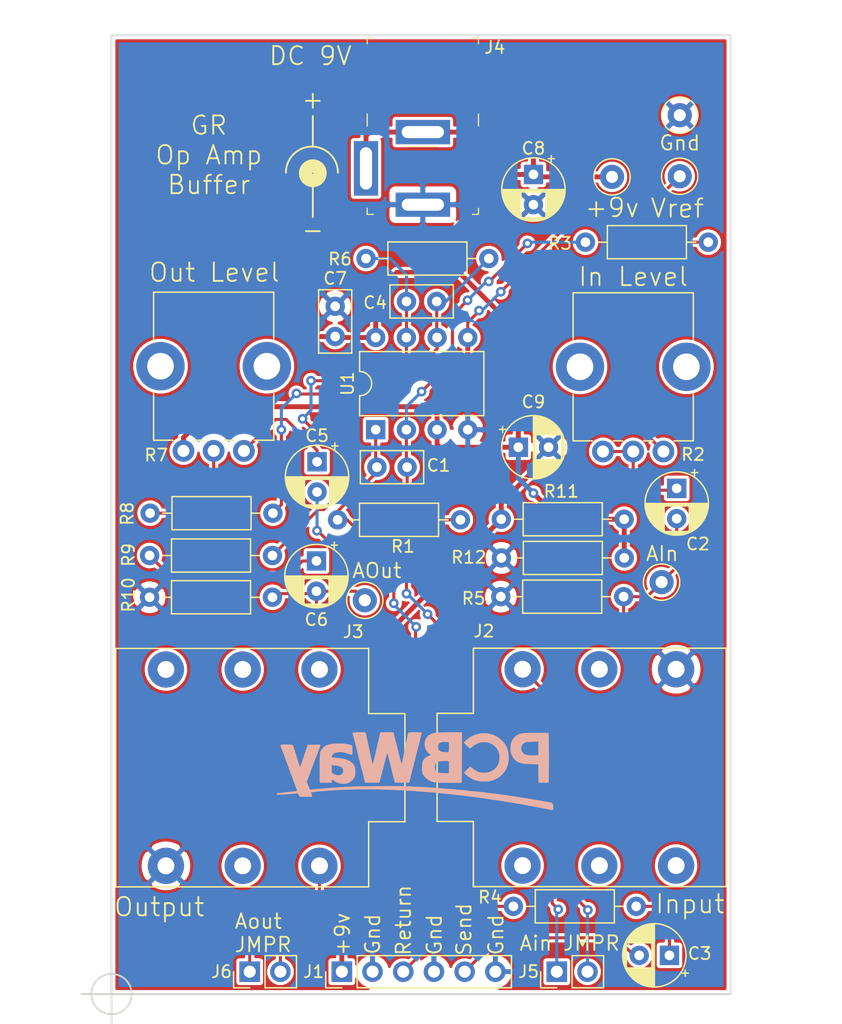
<source format=kicad_pcb>
(kicad_pcb (version 20171130) (host pcbnew "(5.1.2-1)-1")
  (layers (0 F.Cu signal) (31 B.Cu signal) (34 B.Paste user hide) (35 F.Paste user) (36 B.SilkS user) (37 F.SilkS user) (38 B.Mask user hide) (39 F.Mask user hide) (44 Edge.Cuts user))
  (net 0 "")
  (net 1 GNDREF)
  (net 2 "Net-(C1-Pad2)")
  (net 3 VCC)
  (net 4 "Net-(C5-Pad1)")
  (net 5 "Net-(C5-Pad2)")
  (net 6 /Vref)
  (net 7 "Net-(C1-Pad1)")
  (net 8 "Net-(C2-Pad1)")
  (net 9 "Net-(C2-Pad2)")
  (net 10 "Net-(C3-Pad2)")
  (net 11 "Net-(C3-Pad1)")
  (net 12 "Net-(C4-Pad2)")
  (net 13 "Net-(C4-Pad1)")
  (net 14 "Net-(C6-Pad2)")
  (net 15 "Net-(C6-Pad1)")
  (net 16 "Net-(J2-PadTN)")
  (net 17 "Net-(J2-PadSN)")
  (net 18 "Net-(J2-PadRN)")
  (net 19 "Net-(J2-PadR)")
  (net 20 "Net-(J3-PadR)")
  (net 21 "Net-(J3-PadRN)")
  (net 22 "Net-(J3-PadSN)")
  (net 23 "Net-(J3-PadTN)")
  (net 24 "Net-(R2-Pad1)")
  (net 25 "Net-(R7-Pad2)")
  (net 26 "Net-(J2-PadT)")
  (net 27 "Net-(J3-PadT)")
  (module "_Custom_Footprints:pcb way logo" (layer B.Cu) (at 191.411 119.271 180)
    (fp_text reference G*** hide)
    (fp_text value LOGO hide)
  )
  (module Capacitor_THT:CP_Radial_D5.0mm_P2.50mm (layer F.Cu) (at 201.211 69.271 270)
    (fp_text reference C8 (at -2.15 0 180) (layer F.SilkS))
    (fp_text value 10uF)
    (pad 1 thru_hole rect (at 0 0 270) (size 1.6 1.6) (drill 0.8) (layers *.Cu *.Mask) (net 3 VCC))
    (pad 2 thru_hole circle (at 2.5 0 270) (size 1.6 1.6) (drill 0.8) (layers *.Cu *.Mask) (net 1 GNDREF))
  )
  (module TestPoint:TestPoint_Loop_D1.80mm_Drill1.0mm_Beaded (layer F.Cu) (at 213.311 64.371)
    (fp_text reference TP4 hide)
    (fp_text value TestPoint)
    (pad 1 thru_hole circle (at 0 0) (size 2 2) (drill 1) (layers *.Cu *.Mask) (net 1 GNDREF))
  )
  (module Capacitor_THT:C_Disc_D5.0mm_W2.5mm_P2.50mm (layer F.Cu) (at 188.261 93.471)
    (fp_text reference C1 (at 5.1 -0.15) (layer F.SilkS))
    (fp_text value DNI)
    (pad 1 thru_hole circle (at 0 0) (size 1.6 1.6) (drill 0.8) (layers *.Cu *.Mask) (net 7 "Net-(C1-Pad1)"))
    (pad 2 thru_hole circle (at 2.5 0) (size 1.6 1.6) (drill 0.8) (layers *.Cu *.Mask) (net 2 "Net-(C1-Pad2)"))
  )
  (module Capacitor_THT:CP_Radial_D5.0mm_P2.50mm (layer F.Cu) (at 213.061 95.221 270)
    (fp_text reference C2 (at 4.6 -1.75 180) (layer F.SilkS))
    (fp_text value 10uF)
    (pad 1 thru_hole rect (at 0 0 270) (size 1.6 1.6) (drill 0.8) (layers *.Cu *.Mask) (net 8 "Net-(C2-Pad1)"))
    (pad 2 thru_hole circle (at 2.5 0 270) (size 1.6 1.6) (drill 0.8) (layers *.Cu *.Mask) (net 9 "Net-(C2-Pad2)"))
  )
  (module Capacitor_THT:CP_Radial_D5.0mm_P2.50mm (layer F.Cu) (at 212.461 133.821 180)
    (fp_text reference C3 (at -2.5 0.15) (layer F.SilkS))
    (fp_text value 10uF)
    (pad 2 thru_hole circle (at 2.5 0 180) (size 1.6 1.6) (drill 0.8) (layers *.Cu *.Mask) (net 10 "Net-(C3-Pad2)"))
    (pad 1 thru_hole rect (at 0 0 180) (size 1.6 1.6) (drill 0.8) (layers *.Cu *.Mask) (net 11 "Net-(C3-Pad1)"))
  )
  (module Capacitor_THT:C_Disc_D5.0mm_W2.5mm_P2.50mm (layer F.Cu) (at 190.711 79.771)
    (fp_text reference C4 (at -2.6 0.1) (layer F.SilkS))
    (fp_text value DNI)
    (pad 2 thru_hole circle (at 2.5 0) (size 1.6 1.6) (drill 0.8) (layers *.Cu *.Mask) (net 12 "Net-(C4-Pad2)"))
    (pad 1 thru_hole circle (at 0 0) (size 1.6 1.6) (drill 0.8) (layers *.Cu *.Mask) (net 13 "Net-(C4-Pad1)"))
  )
  (module Capacitor_THT:CP_Radial_D5.0mm_P2.50mm (layer F.Cu) (at 183.311 93.021 270)
    (fp_text reference C5 (at -2.15 0 180) (layer F.SilkS))
    (fp_text value 10uF)
    (pad 1 thru_hole rect (at 0 0 270) (size 1.6 1.6) (drill 0.8) (layers *.Cu *.Mask) (net 4 "Net-(C5-Pad1)"))
    (pad 2 thru_hole circle (at 2.5 0 270) (size 1.6 1.6) (drill 0.8) (layers *.Cu *.Mask) (net 5 "Net-(C5-Pad2)"))
  )
  (module Capacitor_THT:CP_Radial_D5.0mm_P2.50mm (layer F.Cu) (at 183.261 101.221 270)
    (fp_text reference C6 (at 4.85 0 180) (layer F.SilkS))
    (fp_text value 10uF)
    (pad 2 thru_hole circle (at 2.5 0 270) (size 1.6 1.6) (drill 0.8) (layers *.Cu *.Mask) (net 14 "Net-(C6-Pad2)"))
    (pad 1 thru_hole rect (at 0 0 270) (size 1.6 1.6) (drill 0.8) (layers *.Cu *.Mask) (net 15 "Net-(C6-Pad1)"))
  )
  (module Capacitor_THT:C_Disc_D5.0mm_W2.5mm_P2.50mm (layer F.Cu) (at 184.811 80.171 270)
    (fp_text reference C7 (at -2.3 0 180) (layer F.SilkS))
    (fp_text value 100nF)
    (pad 1 thru_hole circle (at 0 0 270) (size 1.6 1.6) (drill 0.8) (layers *.Cu *.Mask) (net 1 GNDREF))
    (pad 2 thru_hole circle (at 2.5 0 270) (size 1.6 1.6) (drill 0.8) (layers *.Cu *.Mask) (net 3 VCC))
  )
  (module Capacitor_THT:CP_Radial_D5.0mm_P2.50mm (layer F.Cu) (at 199.961 91.821)
    (fp_text reference C9 (at 1.25 -3.75) (layer F.SilkS))
    (fp_text value 10uF)
    (pad 1 thru_hole rect (at 0 0) (size 1.6 1.6) (drill 0.8) (layers *.Cu *.Mask) (net 6 /Vref))
    (pad 2 thru_hole circle (at 2.5 0) (size 1.6 1.6) (drill 0.8) (layers *.Cu *.Mask) (net 1 GNDREF))
  )
  (module Connector_PinHeader_2.54mm:PinHeader_1x06_P2.54mm_Vertical (layer F.Cu) (at 185.361 135.171 90)
    (fp_text reference J1 (at 0 -2.33 180) (layer F.SilkS))
    (fp_text value Conn_01x06)
    (pad 1 thru_hole rect (at 0 0 90) (size 1.7 1.7) (drill 1) (layers *.Cu *.Mask) (net 3 VCC))
    (pad 2 thru_hole oval (at 0 2.54 90) (size 1.7 1.7) (drill 1) (layers *.Cu *.Mask) (net 1 GNDREF))
    (pad 3 thru_hole oval (at 0 5.08 90) (size 1.7 1.7) (drill 1) (layers *.Cu *.Mask) (net 5 "Net-(C5-Pad2)"))
    (pad 4 thru_hole oval (at 0 7.62 90) (size 1.7 1.7) (drill 1) (layers *.Cu *.Mask) (net 1 GNDREF))
    (pad 5 thru_hole oval (at 0 10.16 90) (size 1.7 1.7) (drill 1) (layers *.Cu *.Mask) (net 10 "Net-(C3-Pad2)"))
    (pad 6 thru_hole oval (at 0 12.7 90) (size 1.7 1.7) (drill 1) (layers *.Cu *.Mask) (net 1 GNDREF))
  )
  (module footprints:Jack_6.35mm_Neutrik_NMJ6HFD2_Horizontal (layer F.Cu) (at 200.311 110.171)
    (fp_text reference J2 (at -3.2 -3.15) (layer F.SilkS))
    (fp_text value PJ-644F)
    (pad TN thru_hole circle (at 0 16.23) (size 3 3) (drill 1.4) (layers *.Cu *.Mask) (net 16 "Net-(J2-PadTN)"))
    (pad SN thru_hole circle (at 12.7 16.23) (size 3 3) (drill 1.4) (layers *.Cu *.Mask) (net 17 "Net-(J2-PadSN)"))
    (pad RN thru_hole circle (at 6.35 16.23) (size 3 3) (drill 1.4) (layers *.Cu *.Mask) (net 18 "Net-(J2-PadRN)"))
    (pad T thru_hole circle (at 0 0) (size 3 3) (drill 1.4) (layers *.Cu *.Mask) (net 26 "Net-(J2-PadT)"))
    (pad S thru_hole circle (at 12.7 0) (size 3 3) (drill 1.4) (layers *.Cu *.Mask) (net 1 GNDREF))
    (pad R thru_hole circle (at 6.35 0) (size 3 3) (drill 1.4) (layers *.Cu *.Mask) (net 19 "Net-(J2-PadR)"))
  )
  (module footprints:Jack_6.35mm_Neutrik_NMJ6HFD2_Horizontal (layer F.Cu) (at 183.511 126.421 180)
    (fp_text reference J3 (at -2.8 19.35) (layer F.SilkS))
    (fp_text value PJ-644F)
    (pad R thru_hole circle (at 6.35 0 180) (size 3 3) (drill 1.4) (layers *.Cu *.Mask) (net 20 "Net-(J3-PadR)"))
    (pad S thru_hole circle (at 12.7 0 180) (size 3 3) (drill 1.4) (layers *.Cu *.Mask) (net 1 GNDREF))
    (pad T thru_hole circle (at 0 0 180) (size 3 3) (drill 1.4) (layers *.Cu *.Mask) (net 27 "Net-(J3-PadT)"))
    (pad RN thru_hole circle (at 6.35 16.23 180) (size 3 3) (drill 1.4) (layers *.Cu *.Mask) (net 21 "Net-(J3-PadRN)"))
    (pad SN thru_hole circle (at 12.7 16.23 180) (size 3 3) (drill 1.4) (layers *.Cu *.Mask) (net 22 "Net-(J3-PadSN)"))
    (pad TN thru_hole circle (at 0 16.23 180) (size 3 3) (drill 1.4) (layers *.Cu *.Mask) (net 23 "Net-(J3-PadTN)"))
  )
  (module digikey-footprints:Barrel_Jack_5.5mmODx2.1mmID_PJ-202A (layer F.Cu) (at 192.061 68.771)
    (fp_text reference J4 (at 5.95 -10) (layer F.SilkS))
    (fp_text value PJ-202A)
    (pad 3 thru_hole rect (at -4.7 0) (size 2 4.5) (drill oval 1 3.5) (layers *.Cu *.Mask) (net 3 VCC))
    (pad 1 thru_hole rect (at 0 3) (size 4.5 2) (drill oval 3.5 1) (layers *.Cu *.Mask) (net 1 GNDREF))
    (pad 2 thru_hole rect (at 0 -3) (size 4.5 2) (drill oval 3.5 1) (layers *.Cu *.Mask) (net 3 VCC))
  )
  (module Resistor_THT:R_Axial_DIN0207_L6.3mm_D2.5mm_P10.16mm_Horizontal (layer F.Cu) (at 185.011 97.821)
    (fp_text reference R1 (at 5.4 2.2) (layer F.SilkS))
    (fp_text value 8K2)
    (pad 2 thru_hole oval (at 10.16 0) (size 1.6 1.6) (drill 0.8) (layers *.Cu *.Mask) (net 2 "Net-(C1-Pad2)"))
    (pad 1 thru_hole circle (at 0 0) (size 1.6 1.6) (drill 0.8) (layers *.Cu *.Mask) (net 7 "Net-(C1-Pad1)"))
  )
  (module footprints:Potentiometer_Bourns_PTV09A-1 (layer F.Cu) (at 211.961 92.171 90)
    (fp_text reference R2 (at -0.25 2.45) (layer F.SilkS))
    (fp_text value 10K)
    (pad 3 thru_hole circle (at 0 -5 90) (size 1.8 1.8) (drill 1) (layers *.Cu *.Mask) (net 8 "Net-(C2-Pad1)"))
    (pad 2 thru_hole circle (at 0 -2.5 90) (size 1.8 1.8) (drill 1) (layers *.Cu *.Mask) (net 8 "Net-(C2-Pad1)"))
    (pad 1 thru_hole circle (at 0 0 90) (size 1.8 1.8) (drill 1) (layers *.Cu *.Mask) (net 24 "Net-(R2-Pad1)"))
    (pad "" np_thru_hole circle (at 7 -6.9 90) (size 4 4) (drill 2.2) (layers *.Cu *.Mask))
    (pad "" np_thru_hole circle (at 7 1.9 90) (size 4 4) (drill 2.2) (layers *.Cu *.Mask))
  )
  (module Resistor_THT:R_Axial_DIN0207_L6.3mm_D2.5mm_P10.16mm_Horizontal (layer F.Cu) (at 205.511 74.871)
    (fp_text reference R3 (at -2.1 0.1) (layer F.SilkS))
    (fp_text value 4K7)
    (pad 1 thru_hole circle (at 0 0) (size 1.6 1.6) (drill 0.8) (layers *.Cu *.Mask) (net 2 "Net-(C1-Pad2)"))
    (pad 2 thru_hole oval (at 10.16 0) (size 1.6 1.6) (drill 0.8) (layers *.Cu *.Mask) (net 24 "Net-(R2-Pad1)"))
  )
  (module Resistor_THT:R_Axial_DIN0207_L6.3mm_D2.5mm_P10.16mm_Horizontal (layer F.Cu) (at 209.711 129.771 180)
    (fp_text reference R4 (at 12.1 0.75) (layer F.SilkS))
    (fp_text value 100r)
    (pad 1 thru_hole circle (at 0 0 180) (size 1.6 1.6) (drill 0.8) (layers *.Cu *.Mask) (net 11 "Net-(C3-Pad1)"))
    (pad 2 thru_hole oval (at 10.16 0 180) (size 1.6 1.6) (drill 0.8) (layers *.Cu *.Mask) (net 7 "Net-(C1-Pad1)"))
  )
  (module Resistor_THT:R_Axial_DIN0207_L6.3mm_D2.5mm_P10.16mm_Horizontal (layer F.Cu) (at 198.511 104.171)
    (fp_text reference R5 (at -2.25 0.15) (layer F.SilkS))
    (fp_text value 1M)
    (pad 2 thru_hole oval (at 10.16 0) (size 1.6 1.6) (drill 0.8) (layers *.Cu *.Mask) (net 9 "Net-(C2-Pad2)"))
    (pad 1 thru_hole circle (at 0 0) (size 1.6 1.6) (drill 0.8) (layers *.Cu *.Mask) (net 1 GNDREF))
  )
  (module Resistor_THT:R_Axial_DIN0207_L6.3mm_D2.5mm_P10.16mm_Horizontal (layer F.Cu) (at 187.361 76.221)
    (fp_text reference R6 (at -2.15 0.05) (layer F.SilkS))
    (fp_text value 10K)
    (pad 1 thru_hole circle (at 0 0) (size 1.6 1.6) (drill 0.8) (layers *.Cu *.Mask) (net 13 "Net-(C4-Pad1)"))
    (pad 2 thru_hole oval (at 10.16 0) (size 1.6 1.6) (drill 0.8) (layers *.Cu *.Mask) (net 12 "Net-(C4-Pad2)"))
  )
  (module footprints:Potentiometer_Bourns_PTV09A-1 (layer F.Cu) (at 177.261 92.121 90)
    (fp_text reference R7 (at -0.35 -7.25) (layer F.SilkS))
    (fp_text value 10K)
    (pad "" np_thru_hole circle (at 7 1.9 90) (size 4 4) (drill 2.2) (layers *.Cu *.Mask))
    (pad "" np_thru_hole circle (at 7 -6.9 90) (size 4 4) (drill 2.2) (layers *.Cu *.Mask))
    (pad 1 thru_hole circle (at 0 0 90) (size 1.8 1.8) (drill 1) (layers *.Cu *.Mask) (net 4 "Net-(C5-Pad1)"))
    (pad 2 thru_hole circle (at 0 -2.5 90) (size 1.8 1.8) (drill 1) (layers *.Cu *.Mask) (net 25 "Net-(R7-Pad2)"))
    (pad 3 thru_hole circle (at 0 -5 90) (size 1.8 1.8) (drill 1) (layers *.Cu *.Mask) (net 6 /Vref))
  )
  (module Resistor_THT:R_Axial_DIN0207_L6.3mm_D2.5mm_P10.16mm_Horizontal (layer F.Cu) (at 179.661 97.271 180)
    (fp_text reference R8 (at 12.05 -0.05 90) (layer F.SilkS))
    (fp_text value 10K)
    (pad 2 thru_hole oval (at 10.16 0 180) (size 1.6 1.6) (drill 0.8) (layers *.Cu *.Mask) (net 25 "Net-(R7-Pad2)"))
    (pad 1 thru_hole circle (at 0 0 180) (size 1.6 1.6) (drill 0.8) (layers *.Cu *.Mask) (net 12 "Net-(C4-Pad2)"))
  )
  (module Resistor_THT:R_Axial_DIN0207_L6.3mm_D2.5mm_P10.16mm_Horizontal (layer F.Cu) (at 169.461 100.771)
    (fp_text reference R9 (at -1.75 -0.05 90) (layer F.SilkS))
    (fp_text value 100r)
    (pad 2 thru_hole oval (at 10.16 0) (size 1.6 1.6) (drill 0.8) (layers *.Cu *.Mask) (net 13 "Net-(C4-Pad1)"))
    (pad 1 thru_hole circle (at 0 0) (size 1.6 1.6) (drill 0.8) (layers *.Cu *.Mask) (net 15 "Net-(C6-Pad1)"))
  )
  (module Resistor_THT:R_Axial_DIN0207_L6.3mm_D2.5mm_P10.16mm_Horizontal (layer F.Cu) (at 169.461 104.221)
    (fp_text reference R10 (at -1.75 -0.2 90) (layer F.SilkS))
    (fp_text value DNI)
    (pad 1 thru_hole circle (at 0 0) (size 1.6 1.6) (drill 0.8) (layers *.Cu *.Mask) (net 1 GNDREF))
    (pad 2 thru_hole oval (at 10.16 0) (size 1.6 1.6) (drill 0.8) (layers *.Cu *.Mask) (net 14 "Net-(C6-Pad2)"))
  )
  (module Resistor_THT:R_Axial_DIN0207_L6.3mm_D2.5mm_P10.16mm_Horizontal (layer F.Cu) (at 208.711 97.771 180)
    (fp_text reference R11 (at 5.2 2.3) (layer F.SilkS))
    (fp_text value 10K)
    (pad 2 thru_hole oval (at 10.16 0 180) (size 1.6 1.6) (drill 0.8) (layers *.Cu *.Mask) (net 3 VCC))
    (pad 1 thru_hole circle (at 0 0 180) (size 1.6 1.6) (drill 0.8) (layers *.Cu *.Mask) (net 6 /Vref))
  )
  (module Resistor_THT:R_Axial_DIN0207_L6.3mm_D2.5mm_P10.16mm_Horizontal (layer F.Cu) (at 198.561 100.971)
    (fp_text reference R12 (at -2.7 -0.05) (layer F.SilkS))
    (fp_text value 10K)
    (pad 1 thru_hole circle (at 0 0) (size 1.6 1.6) (drill 0.8) (layers *.Cu *.Mask) (net 1 GNDREF))
    (pad 2 thru_hole oval (at 10.16 0) (size 1.6 1.6) (drill 0.8) (layers *.Cu *.Mask) (net 6 /Vref))
  )
  (module TestPoint:TestPoint_Loop_D1.80mm_Drill1.0mm_Beaded (layer F.Cu) (at 211.811 102.971)
    (fp_text reference TP1 hide)
    (fp_text value TestPoint)
    (pad 1 thru_hole circle (at 0 0) (size 2 2) (drill 1) (layers *.Cu *.Mask) (net 9 "Net-(C2-Pad2)"))
  )
  (module TestPoint:TestPoint_Loop_D1.80mm_Drill1.0mm_Beaded (layer F.Cu) (at 187.261 104.471)
    (fp_text reference TP2 hide)
    (fp_text value TestPoint)
    (pad 1 thru_hole circle (at 0 0) (size 2 2) (drill 1) (layers *.Cu *.Mask) (net 14 "Net-(C6-Pad2)"))
  )
  (module TestPoint:TestPoint_Loop_D1.80mm_Drill1.0mm_Beaded (layer F.Cu) (at 207.711 69.471)
    (fp_text reference TP3 hide)
    (fp_text value TestPoint)
    (pad 1 thru_hole circle (at 0 0) (size 2 2) (drill 1) (layers *.Cu *.Mask) (net 3 VCC))
  )
  (module TestPoint:TestPoint_Loop_D1.80mm_Drill1.0mm_Beaded (layer F.Cu) (at 213.311 69.421)
    (fp_text reference TP5 hide)
    (fp_text value TestPoint)
    (pad 1 thru_hole circle (at 0 0) (size 2 2) (drill 1) (layers *.Cu *.Mask) (net 6 /Vref))
  )
  (module Package_DIP:DIP-8_W7.62mm (layer F.Cu) (at 188.161 90.371 90)
    (fp_text reference U1 (at 3.81 -2.33 90) (layer F.SilkS))
    (fp_text value TL072)
    (pad 1 thru_hole rect (at 0 0 90) (size 1.6 1.6) (drill 0.8) (layers *.Cu *.Mask) (net 7 "Net-(C1-Pad1)"))
    (pad 5 thru_hole oval (at 7.62 7.62 90) (size 1.6 1.6) (drill 0.8) (layers *.Cu *.Mask) (net 6 /Vref))
    (pad 2 thru_hole oval (at 0 2.54 90) (size 1.6 1.6) (drill 0.8) (layers *.Cu *.Mask) (net 2 "Net-(C1-Pad2)"))
    (pad 6 thru_hole oval (at 7.62 5.08 90) (size 1.6 1.6) (drill 0.8) (layers *.Cu *.Mask) (net 12 "Net-(C4-Pad2)"))
    (pad 3 thru_hole oval (at 0 5.08 90) (size 1.6 1.6) (drill 0.8) (layers *.Cu *.Mask) (net 6 /Vref))
    (pad 7 thru_hole oval (at 7.62 2.54 90) (size 1.6 1.6) (drill 0.8) (layers *.Cu *.Mask) (net 13 "Net-(C4-Pad1)"))
    (pad 4 thru_hole oval (at 0 7.62 90) (size 1.6 1.6) (drill 0.8) (layers *.Cu *.Mask) (net 1 GNDREF))
    (pad 8 thru_hole oval (at 7.62 0 90) (size 1.6 1.6) (drill 0.8) (layers *.Cu *.Mask) (net 3 VCC))
  )
  (module Connector_PinHeader_2.54mm:PinHeader_1x02_P2.54mm_Vertical (layer F.Cu) (at 203.141 135.171 90)
    (fp_text reference J5 (at 0 -2.33 180) (layer F.SilkS))
    (fp_text value Conn_01x02)
    (pad 2 thru_hole oval (at 0 2.54 90) (size 1.7 1.7) (drill 1) (layers *.Cu *.Mask) (net 9 "Net-(C2-Pad2)"))
    (pad 1 thru_hole rect (at 0 0 90) (size 1.7 1.7) (drill 1) (layers *.Cu *.Mask) (net 26 "Net-(J2-PadT)"))
  )
  (module Connector_PinHeader_2.54mm:PinHeader_1x02_P2.54mm_Vertical (layer F.Cu) (at 177.741 135.171 90)
    (fp_text reference J6 (at 0 -2.33 180) (layer F.SilkS))
    (fp_text value Conn_01x02)
    (pad 1 thru_hole rect (at 0 0 90) (size 1.7 1.7) (drill 1) (layers *.Cu *.Mask) (net 14 "Net-(C6-Pad2)"))
    (pad 2 thru_hole oval (at 0 2.54 90) (size 1.7 1.7) (drill 1) (layers *.Cu *.Mask) (net 27 "Net-(J3-PadT)"))
  )
  (gr_text "Aout \nJMPR" (at 176.411 131.971) (layer F.SilkS) (effects (font (size 1.2 1.2)) (justify left)))
  (gr_text "Ain JMPR" (at 204.211 132.821) (layer F.SilkS) (effects (font (size 1.2 1.2))))
  (target plus (at 166.311 137.021) (size 5) (width 0.15) (layer Edge.Cuts))
  (gr_text "In Level" (at 209.461 77.721) (layer F.SilkS) (effects (font (size 1.524 1.524))))
  (gr_line (start 166.3 57.771) (end 166.3 137.021) (layer Edge.Cuts) (width 0.15))
  (gr_line (start 217.511 57.771) (end 166.3 57.771) (layer Edge.Cuts) (width 0.15))
  (gr_line (start 217.511 137.021) (end 217.511 57.771) (layer Edge.Cuts) (width 0.15))
  (gr_line (start 166.3 137.021) (end 217.511 137.021) (layer Edge.Cuts) (width 0.15))
  (gr_text AOut (at 188.261 102.021) (layer F.SilkS) (effects (font (size 1.2 1.2))))
  (gr_text "AIn\n" (at 211.861 100.621) (layer F.SilkS) (effects (font (size 1.2 1.2))))
  (gr_text +9v (at 207.711 72.021) (layer F.SilkS) (effects (font (size 1.524 1.524))))
  (gr_text Gnd (at 213.311 66.671) (layer F.SilkS) (effects (font (size 1.2 1.2))))
  (gr_text Return (at 190.461 130.921 90) (layer F.SilkS) (effects (font (size 1.2 1.2))))
  (gr_text Send (at 195.461 131.671 90) (layer F.SilkS) (effects (font (size 1.2 1.2))))
  (gr_text +9v (at 185.411 132.071 90) (layer F.SilkS) (effects (font (size 1.2 1.2))))
  (gr_text Gnd (at 187.911 132.071 90) (layer F.SilkS) (effects (font (size 1.2 1.2))))
  (gr_text Gnd (at 193.011 132.121 90) (layer F.SilkS) (effects (font (size 1.2 1.2))))
  (gr_text Input (at 214.161 129.571) (layer F.SilkS) (effects (font (size 1.524 1.524))))
  (gr_arc (start 182.886 69.121) (end 185.036 69.121) (angle -180) (layer F.SilkS) (width 0.15))
  (gr_circle (center 182.961 69.171) (end 183.561 69.171) (layer F.SilkS) (width 1.1))
  (gr_line (start 182.961 66.971) (end 182.961 64.446) (layer F.SilkS) (width 0.15))
  (gr_line (start 182.961 70.346) (end 182.961 72.796) (layer F.SilkS) (width 0.15))
  (gr_text "DC 9V" (at 182.761 59.471) (layer F.SilkS) (effects (font (size 1.5 1.5))))
  (gr_text - (at 182.961 73.846) (layer F.SilkS) (effects (font (size 1.5 1.5))))
  (gr_text + (at 182.961 63.071) (layer F.SilkS) (effects (font (size 1.5 1.5))))
  (gr_text "Out Level" (at 174.811 77.371) (layer F.SilkS) (effects (font (size 1.524 1.524))))
  (gr_text Output (at 170.261 129.821) (layer F.SilkS) (effects (font (size 1.524 1.524))))
  (gr_text Vref (at 213.111 72.071) (layer F.SilkS) (effects (font (size 1.524 1.524))))
  (gr_text Gnd (at 198.111 132.121 90) (layer F.SilkS) (effects (font (size 1.2 1.2))))
  (gr_text "GR\nOp Amp\nBuffer" (at 174.361 67.671) (layer F.SilkS) (effects (font (size 1.524 1.524))))
  (segment (start 190.701 93.411) (end 190.761 93.471) (width 0.254) (layer F.Cu) (net 2))
  (segment (start 190.701 90.371) (end 190.701 93.411) (width 0.254) (layer F.Cu) (net 2))
  (segment (start 195.171 97.821) (end 193.111 97.821) (width 0.254) (layer F.Cu) (net 2))
  (segment (start 190.761 95.471) (end 190.761 93.471) (width 0.254) (layer F.Cu) (net 2))
  (segment (start 193.111 97.821) (end 190.761 95.471) (width 0.254) (layer F.Cu) (net 2))
  (via (at 191.961 87.221) (size 0.8) (drill 0.4) (layers F.Cu B.Cu) (net 2))
  (segment (start 190.701 88.481) (end 191.961 87.221) (width 0.254) (layer B.Cu) (net 2))
  (segment (start 190.701 90.371) (end 190.701 88.481) (width 0.254) (layer B.Cu) (net 2))
  (segment (start 191.961 87.221) (end 194.511 84.671) (width 0.254) (layer F.Cu) (net 2))
  (via (at 195.761 79.671) (size 0.8) (drill 0.4) (layers F.Cu B.Cu) (net 2))
  (segment (start 194.511 80.921) (end 195.761 79.671) (width 0.254) (layer F.Cu) (net 2))
  (segment (start 194.511 84.671) (end 194.511 80.921) (width 0.254) (layer F.Cu) (net 2))
  (via (at 197.511 78.121) (size 0.8) (drill 0.4) (layers F.Cu B.Cu) (net 2))
  (segment (start 197.311 78.121) (end 197.511 78.121) (width 0.254) (layer B.Cu) (net 2))
  (segment (start 195.761 79.671) (end 197.311 78.121) (width 0.254) (layer B.Cu) (net 2))
  (segment (start 197.511 78.121) (end 197.561 78.121) (width 0.254) (layer F.Cu) (net 2))
  (via (at 200.711 74.971) (size 0.8) (drill 0.4) (layers F.Cu B.Cu) (net 2))
  (segment (start 197.561 78.121) (end 200.711 74.971) (width 0.254) (layer F.Cu) (net 2))
  (segment (start 200.811 74.871) (end 205.511 74.871) (width 0.254) (layer B.Cu) (net 2))
  (segment (start 200.711 74.971) (end 200.811 74.871) (width 0.254) (layer B.Cu) (net 2))
  (segment (start 187.361 68.771) (end 187.361 66.071) (width 0.4064) (layer F.Cu) (net 3))
  (segment (start 187.661 65.771) (end 192.061 65.771) (width 0.4064) (layer F.Cu) (net 3))
  (segment (start 187.361 66.071) (end 187.661 65.771) (width 0.4064) (layer F.Cu) (net 3))
  (segment (start 192.061 65.771) (end 199.211 65.771) (width 0.4064) (layer F.Cu) (net 3))
  (segment (start 201.211 67.771) (end 201.211 69.271) (width 0.4064) (layer F.Cu) (net 3))
  (segment (start 199.211 65.771) (end 201.211 67.771) (width 0.4064) (layer F.Cu) (net 3))
  (segment (start 201.411 69.471) (end 201.211 69.271) (width 0.4064) (layer F.Cu) (net 3))
  (segment (start 207.711 69.471) (end 201.411 69.471) (width 0.4064) (layer F.Cu) (net 3))
  (segment (start 184.891 82.751) (end 184.811 82.671) (width 0.4064) (layer F.Cu) (net 3))
  (segment (start 188.161 82.751) (end 184.891 82.751) (width 0.4064) (layer F.Cu) (net 3))
  (segment (start 201.211 69.271) (end 199.411 69.271) (width 0.4064) (layer F.Cu) (net 3))
  (segment (start 199.411 69.271) (end 194.661 74.021) (width 0.4064) (layer F.Cu) (net 3))
  (segment (start 194.661 74.021) (end 184.411 74.021) (width 0.4064) (layer F.Cu) (net 3))
  (segment (start 184.411 74.021) (end 182.561 75.871) (width 0.4064) (layer F.Cu) (net 3))
  (segment (start 182.561 75.871) (end 182.561 81.971) (width 0.4064) (layer F.Cu) (net 3))
  (segment (start 183.261 82.671) (end 184.811 82.671) (width 0.4064) (layer F.Cu) (net 3))
  (segment (start 182.561 81.971) (end 183.261 82.671) (width 0.4064) (layer F.Cu) (net 3))
  (segment (start 198.551 97.771) (end 198.551 96.431) (width 0.4064) (layer F.Cu) (net 3))
  (segment (start 198.551 96.431) (end 200.861 94.121) (width 0.4064) (layer F.Cu) (net 3))
  (segment (start 200.861 94.121) (end 203.461 94.121) (width 0.4064) (layer F.Cu) (net 3))
  (segment (start 203.461 94.121) (end 204.311 93.271) (width 0.4064) (layer F.Cu) (net 3))
  (segment (start 204.311 93.271) (end 204.311 90.021) (width 0.4064) (layer F.Cu) (net 3))
  (segment (start 204.311 90.021) (end 198.661 84.371) (width 0.4064) (layer F.Cu) (net 3))
  (segment (start 198.661 84.371) (end 198.661 80.971) (width 0.4064) (layer F.Cu) (net 3))
  (segment (start 198.661 80.971) (end 195.061 77.371) (width 0.4064) (layer F.Cu) (net 3))
  (segment (start 195.061 77.371) (end 189.911 77.371) (width 0.4064) (layer F.Cu) (net 3))
  (segment (start 188.161 79.121) (end 188.161 82.751) (width 0.4064) (layer F.Cu) (net 3))
  (segment (start 189.911 77.371) (end 188.161 79.121) (width 0.4064) (layer F.Cu) (net 3))
  (segment (start 185.361 135.171) (end 185.361 131.171) (width 0.4064) (layer F.Cu) (net 3))
  (segment (start 185.361 131.171) (end 190.011 126.521) (width 0.4064) (layer F.Cu) (net 3))
  (segment (start 190.011 106.311) (end 198.551 97.771) (width 0.4064) (layer F.Cu) (net 3))
  (segment (start 190.011 126.521) (end 190.011 106.311) (width 0.4064) (layer F.Cu) (net 3))
  (segment (start 183.311 92.071) (end 183.311 92.421) (width 0.254) (layer F.Cu) (net 4))
  (segment (start 180.761 89.521) (end 183.311 92.071) (width 0.254) (layer F.Cu) (net 4))
  (segment (start 179.861 89.521) (end 180.761 89.521) (width 0.254) (layer F.Cu) (net 4))
  (segment (start 177.261 92.121) (end 179.861 89.521) (width 0.254) (layer F.Cu) (net 4))
  (segment (start 191.461 127.721) (end 191.461 112.471) (width 0.254) (layer F.Cu) (net 5))
  (segment (start 191.461 106.721) (end 191.511 106.671) (width 0.254) (layer F.Cu) (net 5))
  (via (at 191.511 106.671) (size 0.8) (drill 0.4) (layers F.Cu B.Cu) (net 5))
  (segment (start 191.461 112.471) (end 191.461 106.721) (width 0.254) (layer F.Cu) (net 5))
  (segment (start 189.661 104.821) (end 189.661 104.721) (width 0.254) (layer B.Cu) (net 5))
  (via (at 189.661 104.721) (size 0.8) (drill 0.4) (layers F.Cu B.Cu) (net 5))
  (segment (start 191.511 106.671) (end 189.661 104.821) (width 0.254) (layer B.Cu) (net 5))
  (via (at 183.311 98.721) (size 0.8) (drill 0.4) (layers F.Cu B.Cu) (net 5))
  (segment (start 183.311 94.921) (end 183.311 98.721) (width 0.254) (layer B.Cu) (net 5))
  (segment (start 183.311 98.721) (end 183.361 98.721) (width 0.254) (layer F.Cu) (net 5))
  (segment (start 183.361 98.721) (end 184.311 99.671) (width 0.254) (layer F.Cu) (net 5))
  (segment (start 184.311 99.671) (end 186.311 99.671) (width 0.254) (layer F.Cu) (net 5))
  (segment (start 189.661 103.021) (end 189.661 104.721) (width 0.254) (layer F.Cu) (net 5))
  (segment (start 186.311 99.671) (end 189.661 103.021) (width 0.254) (layer F.Cu) (net 5))
  (segment (start 191.461 134.151) (end 190.441 135.171) (width 0.25) (layer F.Cu) (net 5))
  (segment (start 191.461 127.721) (end 191.461 134.151) (width 0.25) (layer F.Cu) (net 5))
  (segment (start 208.721 97.781) (end 208.711 97.771) (width 0.4064) (layer F.Cu) (net 6))
  (segment (start 208.721 100.971) (end 208.721 97.781) (width 0.4064) (layer F.Cu) (net 6))
  (via (at 201.211 95.621) (size 0.8) (drill 0.4) (layers F.Cu B.Cu) (net 6))
  (segment (start 203.361 97.771) (end 201.211 95.621) (width 0.4064) (layer F.Cu) (net 6))
  (segment (start 208.711 97.771) (end 203.361 97.771) (width 0.4064) (layer F.Cu) (net 6))
  (segment (start 195.781 82.751) (end 195.781 84.491) (width 0.4064) (layer F.Cu) (net 6))
  (segment (start 199.961 88.671) (end 199.961 91.821) (width 0.4064) (layer F.Cu) (net 6))
  (segment (start 195.781 84.491) (end 199.961 88.671) (width 0.4064) (layer F.Cu) (net 6))
  (segment (start 199.961 94.371) (end 199.961 91.821) (width 0.4064) (layer B.Cu) (net 6))
  (segment (start 201.211 95.621) (end 199.961 94.371) (width 0.4064) (layer B.Cu) (net 6))
  (segment (start 193.241 90.371) (end 193.241 91.601) (width 0.4064) (layer F.Cu) (net 6))
  (segment (start 193.461 91.821) (end 199.961 91.821) (width 0.4064) (layer F.Cu) (net 6))
  (segment (start 193.241 91.601) (end 193.461 91.821) (width 0.4064) (layer F.Cu) (net 6))
  (segment (start 172.261 92.121) (end 172.261 91.021) (width 0.4064) (layer F.Cu) (net 6))
  (segment (start 172.261 91.021) (end 174.811 88.471) (width 0.4064) (layer F.Cu) (net 6))
  (segment (start 174.811 88.471) (end 192.611 88.471) (width 0.4064) (layer F.Cu) (net 6))
  (segment (start 193.241 89.101) (end 193.241 90.371) (width 0.4064) (layer F.Cu) (net 6))
  (segment (start 192.611 88.471) (end 193.241 89.101) (width 0.4064) (layer F.Cu) (net 6))
  (segment (start 195.781 82.751) (end 195.781 81.501) (width 0.254) (layer F.Cu) (net 6))
  (via (at 196.711 80.521) (size 0.8) (drill 0.4) (layers F.Cu B.Cu) (net 6))
  (segment (start 196.711 80.571) (end 196.711 80.521) (width 0.254) (layer F.Cu) (net 6))
  (segment (start 195.781 81.501) (end 196.711 80.571) (width 0.254) (layer F.Cu) (net 6))
  (via (at 198.511 78.971) (size 0.8) (drill 0.4) (layers F.Cu B.Cu) (net 6))
  (segment (start 196.961 80.521) (end 198.511 78.971) (width 0.254) (layer B.Cu) (net 6))
  (segment (start 196.711 80.521) (end 196.961 80.521) (width 0.254) (layer B.Cu) (net 6))
  (segment (start 198.511 78.971) (end 205.261 72.221) (width 0.254) (layer F.Cu) (net 6))
  (segment (start 210.511 72.221) (end 213.311 69.421) (width 0.254) (layer F.Cu) (net 6))
  (segment (start 205.261 72.221) (end 210.511 72.221) (width 0.254) (layer F.Cu) (net 6))
  (segment (start 188.161 93.371) (end 188.261 93.471) (width 0.254) (layer F.Cu) (net 7))
  (segment (start 188.161 90.371) (end 188.161 93.371) (width 0.254) (layer F.Cu) (net 7))
  (segment (start 188.261 93.871) (end 188.261 93.471) (width 0.254) (layer F.Cu) (net 7))
  (segment (start 185.011 97.121) (end 188.261 93.871) (width 0.254) (layer F.Cu) (net 7))
  (segment (start 185.011 97.821) (end 185.011 97.121) (width 0.254) (layer F.Cu) (net 7))
  (segment (start 185.011 97.821) (end 185.811 97.821) (width 0.254) (layer F.Cu) (net 7))
  (via (at 190.711 103.921) (size 0.8) (drill 0.4) (layers F.Cu B.Cu) (net 7))
  (segment (start 190.711 102.721) (end 190.711 103.921) (width 0.254) (layer F.Cu) (net 7))
  (segment (start 185.811 97.821) (end 190.711 102.721) (width 0.254) (layer F.Cu) (net 7))
  (via (at 192.461 105.621) (size 0.8) (drill 0.4) (layers F.Cu B.Cu) (net 7))
  (segment (start 190.761 103.921) (end 192.461 105.621) (width 0.254) (layer B.Cu) (net 7))
  (segment (start 190.711 103.921) (end 190.761 103.921) (width 0.254) (layer B.Cu) (net 7))
  (segment (start 195.611 129.771) (end 192.361 126.521) (width 0.254) (layer F.Cu) (net 7))
  (segment (start 192.361 107.871) (end 193.061 107.171) (width 0.254) (layer F.Cu) (net 7))
  (segment (start 192.361 126.521) (end 192.361 107.871) (width 0.254) (layer F.Cu) (net 7))
  (segment (start 193.061 106.221) (end 192.461 105.621) (width 0.254) (layer F.Cu) (net 7))
  (segment (start 193.061 107.171) (end 193.061 106.221) (width 0.254) (layer F.Cu) (net 7))
  (segment (start 199.551 129.771) (end 195.611 129.771) (width 0.254) (layer F.Cu) (net 7))
  (segment (start 209.461 92.171) (end 206.961 92.171) (width 0.254) (layer F.Cu) (net 8))
  (segment (start 213.061 95.371) (end 211.211 95.371) (width 0.254) (layer F.Cu) (net 8))
  (segment (start 209.461 93.621) (end 209.461 92.171) (width 0.254) (layer F.Cu) (net 8))
  (segment (start 211.211 95.371) (end 209.461 93.621) (width 0.254) (layer F.Cu) (net 8))
  (segment (start 208.671 104.171) (end 210.611 104.171) (width 0.254) (layer F.Cu) (net 9))
  (segment (start 213.061 101.721) (end 213.061 97.871) (width 0.254) (layer F.Cu) (net 9))
  (segment (start 210.611 104.171) (end 213.061 101.721) (width 0.254) (layer F.Cu) (net 9))
  (via (at 205.711 130.071) (size 0.8) (drill 0.4) (layers F.Cu B.Cu) (net 9))
  (segment (start 205.681 130.101) (end 205.711 130.071) (width 0.25) (layer B.Cu) (net 9))
  (segment (start 205.681 135.171) (end 205.681 130.101) (width 0.25) (layer B.Cu) (net 9))
  (segment (start 208.671 105.581) (end 208.671 104.171) (width 0.25) (layer F.Cu) (net 9))
  (segment (start 208.671 105.771) (end 208.671 105.581) (width 0.25) (layer F.Cu) (net 9))
  (segment (start 209.311 106.411) (end 208.671 105.771) (width 0.25) (layer F.Cu) (net 9))
  (segment (start 209.311 119.621) (end 209.311 106.411) (width 0.25) (layer F.Cu) (net 9))
  (segment (start 204.261 124.671) (end 209.311 119.621) (width 0.25) (layer F.Cu) (net 9))
  (segment (start 204.261 128.621) (end 204.261 124.671) (width 0.25) (layer F.Cu) (net 9))
  (segment (start 205.711 130.071) (end 204.261 128.621) (width 0.25) (layer F.Cu) (net 9))
  (segment (start 209.511 133.821) (end 208.061 132.371) (width 0.254) (layer F.Cu) (net 10))
  (segment (start 208.061 132.371) (end 202.711 132.371) (width 0.254) (layer F.Cu) (net 10))
  (segment (start 209.961 133.821) (end 209.511 133.821) (width 0.254) (layer F.Cu) (net 10))
  (segment (start 198.321 132.371) (end 195.521 135.171) (width 0.25) (layer F.Cu) (net 10))
  (segment (start 202.711 132.371) (end 198.321 132.371) (width 0.25) (layer F.Cu) (net 10))
  (segment (start 212.461 133.821) (end 212.461 130.621) (width 0.254) (layer F.Cu) (net 11))
  (segment (start 211.611 129.771) (end 209.711 129.771) (width 0.254) (layer F.Cu) (net 11))
  (segment (start 212.461 130.621) (end 211.611 129.771) (width 0.254) (layer F.Cu) (net 11))
  (segment (start 193.211 82.721) (end 193.241 82.751) (width 0.254) (layer F.Cu) (net 12))
  (segment (start 193.211 79.771) (end 193.211 82.721) (width 0.254) (layer F.Cu) (net 12))
  (segment (start 193.971 79.771) (end 197.521 76.221) (width 0.254) (layer B.Cu) (net 12))
  (segment (start 193.211 79.771) (end 193.971 79.771) (width 0.254) (layer B.Cu) (net 12))
  (segment (start 180.361 90.371) (end 180.361 96.571) (width 0.254) (layer F.Cu) (net 12))
  (segment (start 180.361 96.571) (end 179.661 97.271) (width 0.254) (layer F.Cu) (net 12))
  (via (at 180.361 90.371) (size 0.8) (drill 0.4) (layers F.Cu B.Cu) (net 12))
  (segment (start 180.361 88.621) (end 180.361 90.371) (width 0.254) (layer B.Cu) (net 12))
  (segment (start 181.611 87.371) (end 180.361 88.621) (width 0.254) (layer B.Cu) (net 12))
  (via (at 181.611 87.371) (size 0.8) (drill 0.4) (layers F.Cu B.Cu) (net 12))
  (segment (start 193.241 83.691) (end 193.241 82.751) (width 0.254) (layer F.Cu) (net 12))
  (segment (start 189.511 87.421) (end 193.241 83.691) (width 0.254) (layer F.Cu) (net 12))
  (segment (start 181.661 87.421) (end 189.511 87.421) (width 0.254) (layer F.Cu) (net 12))
  (segment (start 181.611 87.371) (end 181.661 87.421) (width 0.254) (layer F.Cu) (net 12))
  (segment (start 190.711 82.741) (end 190.701 82.751) (width 0.254) (layer F.Cu) (net 13))
  (segment (start 190.711 79.771) (end 190.711 82.741) (width 0.254) (layer F.Cu) (net 13))
  (segment (start 187.361 76.221) (end 189.361 76.221) (width 0.254) (layer B.Cu) (net 13))
  (segment (start 190.711 77.571) (end 190.711 79.771) (width 0.254) (layer B.Cu) (net 13))
  (segment (start 189.361 76.221) (end 190.711 77.571) (width 0.254) (layer B.Cu) (net 13))
  (segment (start 183.421 96.971) (end 179.621 100.771) (width 0.254) (layer F.Cu) (net 13))
  (segment (start 183.861 96.971) (end 183.421 96.971) (width 0.254) (layer F.Cu) (net 13))
  (segment (start 185.161 95.671) (end 183.861 96.971) (width 0.254) (layer F.Cu) (net 13))
  (segment (start 185.161 91.321) (end 185.161 95.671) (width 0.254) (layer F.Cu) (net 13))
  (segment (start 183.911 90.071) (end 185.161 91.321) (width 0.254) (layer F.Cu) (net 13))
  (segment (start 182.711 90.071) (end 183.911 90.071) (width 0.254) (layer F.Cu) (net 13))
  (segment (start 182.111 89.471) (end 182.711 90.071) (width 0.254) (layer F.Cu) (net 13))
  (via (at 182.111 89.471) (size 0.8) (drill 0.4) (layers F.Cu B.Cu) (net 13))
  (segment (start 190.701 84.281) (end 190.701 82.751) (width 0.254) (layer F.Cu) (net 13))
  (segment (start 188.661 86.321) (end 190.701 84.281) (width 0.254) (layer F.Cu) (net 13))
  (segment (start 182.811 86.321) (end 188.661 86.321) (width 0.254) (layer F.Cu) (net 13))
  (segment (start 182.811 88.771) (end 182.111 89.471) (width 0.254) (layer B.Cu) (net 13))
  (segment (start 182.811 86.321) (end 182.811 88.771) (width 0.254) (layer B.Cu) (net 13))
  (via (at 182.811 86.321) (size 0.8) (drill 0.4) (layers F.Cu B.Cu) (net 13))
  (segment (start 183.061 103.921) (end 183.261 103.721) (width 0.254) (layer F.Cu) (net 14))
  (segment (start 179.921 103.921) (end 183.061 103.921) (width 0.254) (layer F.Cu) (net 14))
  (segment (start 179.621 104.221) (end 179.921 103.921) (width 0.254) (layer F.Cu) (net 14))
  (segment (start 183.261 103.721) (end 183.261 105.071) (width 0.254) (layer F.Cu) (net 14))
  (segment (start 183.261 105.071) (end 180.561 107.771) (width 0.254) (layer F.Cu) (net 14))
  (segment (start 180.561 107.771) (end 180.561 123.471) (width 0.254) (layer F.Cu) (net 14))
  (segment (start 182.711 126.421) (end 183.511 126.421) (width 0.254) (layer F.Cu) (net 27))
  (segment (start 186.511 103.721) (end 187.261 104.471) (width 0.25) (layer F.Cu) (net 14))
  (segment (start 183.261 103.721) (end 186.511 103.721) (width 0.25) (layer F.Cu) (net 14))
  (segment (start 180.561 123.471) (end 180.561 128.571) (width 0.25) (layer F.Cu) (net 14))
  (segment (start 177.741 131.391) (end 177.741 135.171) (width 0.25) (layer F.Cu) (net 14))
  (segment (start 180.561 128.571) (end 177.741 131.391) (width 0.25) (layer F.Cu) (net 14))
  (segment (start 183.261 101.221) (end 182.111 101.221) (width 0.254) (layer F.Cu) (net 15))
  (segment (start 182.111 101.221) (end 180.911 102.421) (width 0.254) (layer F.Cu) (net 15))
  (segment (start 171.111 102.421) (end 169.461 100.771) (width 0.254) (layer F.Cu) (net 15))
  (segment (start 180.911 102.421) (end 171.111 102.421) (width 0.254) (layer F.Cu) (net 15))
  (segment (start 215.671 74.871) (end 213.261 74.871) (width 0.254) (layer F.Cu) (net 24))
  (segment (start 213.261 74.871) (end 210.311 77.821) (width 0.254) (layer F.Cu) (net 24))
  (segment (start 210.311 90.521) (end 211.961 92.171) (width 0.254) (layer F.Cu) (net 24))
  (segment (start 210.311 77.821) (end 210.311 90.521) (width 0.254) (layer F.Cu) (net 24))
  (segment (start 169.501 97.271) (end 172.111 97.271) (width 0.254) (layer F.Cu) (net 25))
  (segment (start 174.761 94.621) (end 174.761 92.121) (width 0.254) (layer F.Cu) (net 25))
  (segment (start 172.111 97.271) (end 174.761 94.621) (width 0.254) (layer F.Cu) (net 25))
  (via (at 203.261 130.021) (size 0.8) (drill 0.4) (layers F.Cu B.Cu) (net 26))
  (segment (start 203.141 130.141) (end 203.261 130.021) (width 0.25) (layer B.Cu) (net 26))
  (segment (start 203.141 135.171) (end 203.141 130.141) (width 0.25) (layer B.Cu) (net 26))
  (segment (start 202.761 112.621) (end 200.311 110.171) (width 0.25) (layer F.Cu) (net 26))
  (segment (start 202.761 129.521) (end 202.761 112.621) (width 0.25) (layer F.Cu) (net 26))
  (segment (start 203.261 130.021) (end 202.761 129.521) (width 0.25) (layer F.Cu) (net 26))
  (segment (start 180.281 135.171) (end 180.281 132.301) (width 0.25) (layer F.Cu) (net 27))
  (segment (start 183.511 129.071) (end 183.511 126.421) (width 0.25) (layer F.Cu) (net 27))
  (segment (start 180.281 132.301) (end 183.511 129.071) (width 0.25) (layer F.Cu) (net 27))
  (zone (net 1) (net_name GNDREF) (layer F.Cu) (connect_pads (clearance 0.254)) (min_thickness 0.2032) (fill yes (arc_segments 32) (thermal_gap 0.508) (thermal_bridge_width 0.4064))
    (polygon (pts (xy 165.311 56.721) (xy 219.711 56.321) (xy 218.411 138.871) (xy 165.311 139.021)))
  )
  (zone (net 1) (net_name GNDREF) (layer B.Cu) (connect_pads (clearance 0.508)) (min_thickness 0.2032) (fill yes (arc_segments 32) (thermal_gap 0.762) (thermal_bridge_width 0.4064))
    (polygon (pts (xy 164.445636 54.902671) (xy 219.184055 54.851065) (xy 219.073203 138.458183) (xy 164.276364 138.639329)))
  )
)
</source>
